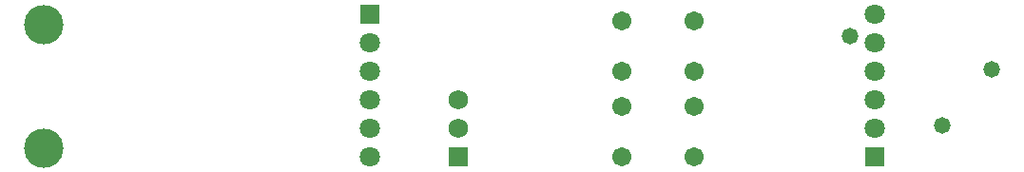
<source format=gbs>
G04*
G04 #@! TF.GenerationSoftware,Altium Limited,Altium Designer,19.0.15 (446)*
G04*
G04 Layer_Color=16711935*
%FSLAX25Y25*%
%MOIN*%
G70*
G01*
G75*
%ADD19C,0.06902*%
%ADD20R,0.06902X0.06902*%
%ADD21C,0.06706*%
%ADD22C,0.07099*%
%ADD23R,0.07099X0.07099*%
%ADD24C,0.13792*%
%ADD25C,0.05800*%
D19*
X255433Y461811D02*
D03*
Y451811D02*
D03*
D20*
Y441811D02*
D03*
D21*
X338228Y471811D02*
D03*
Y489528D02*
D03*
X312638Y471811D02*
D03*
Y489528D02*
D03*
X338228Y441811D02*
D03*
Y459528D02*
D03*
X312638Y441811D02*
D03*
Y459528D02*
D03*
D22*
X401587Y481811D02*
D03*
Y471811D02*
D03*
Y461811D02*
D03*
Y451811D02*
D03*
Y491811D02*
D03*
X224410Y451811D02*
D03*
Y461811D02*
D03*
Y471811D02*
D03*
Y481811D02*
D03*
Y441811D02*
D03*
D23*
X401587D02*
D03*
X224410Y491811D02*
D03*
D24*
X110236Y444882D02*
D03*
Y488189D02*
D03*
D25*
X392933Y484311D02*
D03*
X442500Y472500D02*
D03*
X425197Y452756D02*
D03*
M02*

</source>
